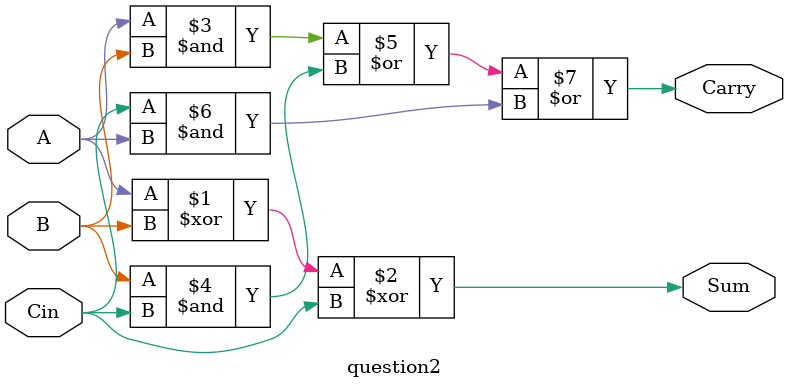
<source format=v>
module question2(A,B,Cin,Sum,Carry);
input A,B,Cin;
output Sum,Carry;
assign Sum= A ^ B ^ Cin;
assign Carry=(A & B)|(B & Cin)|(Cin & A);

endmodule







</source>
